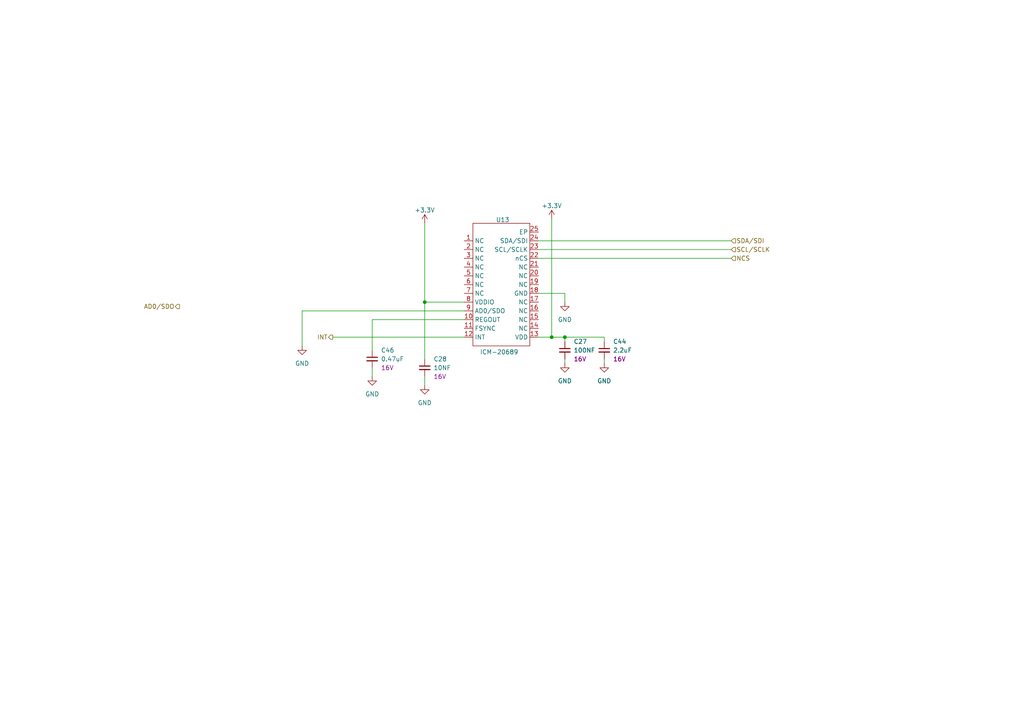
<source format=kicad_sch>
(kicad_sch (version 20250114) (generator "eeschema") (generator_version "9.0")
  (paper "A4")
  (title_block (title "RC-KAKATA-CONTROL") (date "2025-12-01") (rev "1.0") (company "ITLA-HUB"))
  (lib_symbols
    (symbol "EasyEDA:ICM-20689"
      (property "Reference" "U" (at -6.604 20.066 0))
      (property "Value" "ICM-20689" (at -6.858 -17.78 0))
      (symbol "ICM-20689_0_1"
        (rectangle (start -15.24 19.05) (end 1.27 -16.51))
        (pin unspecified line (at -17.78 13.97 0) (length 2.54) (name "NC") (number "1"))
        (pin unspecified line (at -17.78 11.43 0) (length 2.54) (name "NC") (number "2"))
        (pin unspecified line (at -17.78 8.89 0) (length 2.54) (name "NC") (number "3"))
        (pin unspecified line (at -17.78 6.35 0) (length 2.54) (name "NC") (number "4"))
        (pin unspecified line (at -17.78 3.81 0) (length 2.54) (name "NC") (number "5"))
        (pin unspecified line (at -17.78 1.27 0) (length 2.54) (name "NC") (number "6"))
        (pin unspecified line (at -17.78 -1.27 0) (length 2.54) (name "NC") (number "7"))
        (pin unspecified line (at -17.78 -3.81 0) (length 2.54) (name "VDDIO") (number "8"))
        (pin unspecified line (at -17.78 -6.35 0) (length 2.54) (name "AD0/SDO") (number "9"))
        (pin unspecified line (at -17.78 -8.89 0) (length 2.54) (name "REGOUT") (number "10"))
        (pin unspecified line (at -17.78 -11.43 0) (length 2.54) (name "FSYNC") (number "11"))
        (pin unspecified line (at -17.78 -13.97 0) (length 2.54) (name "INT") (number "12"))
        (pin unspecified line (at 3.81 16.51 180) (length 2.54) (name "EP") (number "25"))
        (pin unspecified line (at 3.81 13.97 180) (length 2.54) (name "SDA/SDI") (number "24"))
        (pin unspecified line (at 3.81 11.43 180) (length 2.54) (name "SCL/SCLK") (number "23"))
        (pin unspecified line (at 3.81 8.89 180) (length 2.54) (name "nCS") (number "22"))
        (pin unspecified line (at 3.81 6.35 180) (length 2.54) (name "NC") (number "21"))
        (pin unspecified line (at 3.81 3.81 180) (length 2.54) (name "NC") (number "20"))
        (pin unspecified line (at 3.81 1.27 180) (length 2.54) (name "NC") (number "19"))
        (pin unspecified line (at 3.81 -1.27 180) (length 2.54) (name "GND") (number "18"))
        (pin unspecified line (at 3.81 -3.81 180) (length 2.54) (name "NC") (number "17"))
        (pin unspecified line (at 3.81 -6.35 180) (length 2.54) (name "NC") (number "16"))
        (pin unspecified line (at 3.81 -8.89 180) (length 2.54) (name "NC") (number "15"))
        (pin unspecified line (at 3.81 -11.43 180) (length 2.54) (name "NC") (number "14"))
        (pin unspecified line (at 3.81 -13.97 180) (length 2.54) (name "VDD") (number "13"))
      )
    )
    (symbol "MG_CAPACITOR:CAP-0603-100NF-16V-X5R" (pin_numbers (hide yes)) (pin_names (offset 0.254) (hide yes))
      (property "Reference" "C" (at 1.905 1.27 0))
      (property "Value" "100NF" (at 4.826 -0.508 0))
      (property "V" "16V" (at 3.556 -2.54 0))
      (symbol "CAP-0603-100NF-16V-X5R_0_1"
        (polyline (pts (xy -1.524 0.508) (xy 1.524 0.508)) (stroke (width 0.3048)))
        (polyline (pts (xy -1.524 -0.508) (xy 1.524 -0.508)) (stroke (width 0.3302)))
      )
      (symbol "CAP-0603-100NF-16V-X5R_1_1"
        (pin passive line (at 0 2.54 270) (length 2.032) (name "~") (number "1"))
        (pin passive line (at 0 -2.54 90) (length 2.032) (name "~") (number "2"))
      )
    )
    (symbol "power:+3.3V" (power) (pin_numbers (hide yes)) (pin_names (offset 0) (hide yes))
      (property "Value" "+3.3V" (at 0 3.556 0))
      (symbol "+3.3V_0_1"
        (polyline (pts (xy -0.762 1.27) (xy 0 2.54)))
        (polyline (pts (xy 0 2.54) (xy 0.762 1.27)))
        (polyline (pts (xy 0 0) (xy 0 2.54)))
      )
      (symbol "+3.3V_1_1"
        (pin power_in line (at 0 0 90) (length 0) (name "~") (number "1"))
      )
    )
    (symbol "power:GND" (power) (pin_numbers (hide yes)) (pin_names (offset 0) (hide yes))
      (property "Value" "GND" (at 0 -3.81 0))
      (symbol "GND_0_1"
        (polyline (pts (xy 0 0) (xy 0 -1.27) (xy 1.27 -1.27) (xy 0 -2.54) (xy -1.27 -1.27) (xy 0 -1.27)))
      )
      (symbol "GND_1_1"
        (pin power_in line (at 0 0 270) (length 0) (name "~") (number "1"))
      )
    )
  )
  (junction (at 123.19 87.63))
  (junction (at 160.02 97.79))
  (junction (at 163.83 97.79))
  (wire (pts (xy 163.83 99.06) (xy 163.83 97.79)))
  (wire (pts (xy 163.83 104.14) (xy 163.83 105.41)))
  (wire (pts (xy 160.02 63.5) (xy 160.02 97.79)))
  (wire (pts (xy 156.21 72.39) (xy 212.09 72.39)))
  (wire (pts (xy 175.26 97.79) (xy 163.83 97.79)))
  (wire (pts (xy 123.19 87.63) (xy 123.19 104.14)))
  (wire (pts (xy 163.83 85.09) (xy 163.83 87.63)))
  (wire (pts (xy 134.62 92.71) (xy 107.95 92.71)))
  (wire (pts (xy 96.52 97.79) (xy 134.62 97.79)))
  (wire (pts (xy 107.95 106.68) (xy 107.95 109.22)))
  (wire (pts (xy 156.21 97.79) (xy 160.02 97.79)))
  (wire (pts (xy 87.63 90.17) (xy 87.63 100.33)))
  (wire (pts (xy 107.95 92.71) (xy 107.95 101.6)))
  (wire (pts (xy 156.21 85.09) (xy 163.83 85.09)))
  (wire (pts (xy 163.83 97.79) (xy 160.02 97.79)))
  (wire (pts (xy 175.26 104.14) (xy 175.26 105.41)))
  (wire (pts (xy 123.19 64.77) (xy 123.19 87.63)))
  (wire (pts (xy 175.26 99.06) (xy 175.26 97.79)))
  (wire (pts (xy 123.19 87.63) (xy 134.62 87.63)))
  (wire (pts (xy 156.21 74.93) (xy 212.09 74.93)))
  (wire (pts (xy 87.63 90.17) (xy 134.62 90.17)))
  (wire (pts (xy 123.19 109.22) (xy 123.19 111.76)))
  (wire (pts (xy 156.21 69.85) (xy 212.09 69.85)))
  (hierarchical_label "AD0{slash}SDO" (shape output) (at 52.07 88.9 180))
  (hierarchical_label "NCS" (shape input) (at 212.09 74.93 0))
  (hierarchical_label "SCL{slash}SCLK" (shape input) (at 212.09 72.39 0))
  (hierarchical_label "INT" (shape output) (at 96.52 97.79 180))
  (hierarchical_label "SDA{slash}SDI" (shape input) (at 212.09 69.85 0))
  (symbol (lib_id "power:GND") (at 107.95 109.22 0) (unit 1)
    (property "Reference" "#PWR0118" (effects (hide yes)))
    (property "Value" "GND" (at 107.95 114.3 0))
    (property "Description" "Power symbol creates a global label with name \"GND\" , ground" (effects (hide yes)))
  )
  (symbol (lib_id "MG_CAPACITOR:CAP-0603-100NF-16V-X5R") (at 175.26 101.6 0) (unit 1)
    (property "Reference" "C44" (at 177.8 99.0662 0) (effects (justify left)))
    (property "Value" "2.2uF" (at 177.8 101.6062 0) (effects (justify left)))
    (property "Footprint" "4ms_Capacitor:C_0603" (effects (hide yes)))
    (property "Description" "0.1uF, Min. 16V 10%, X7R or X5R or similar" (effects (hide yes)))
    (property "Specifications" "0.1uF, Min. 16V 10%, X7R or X5R or similar" (effects (hide yes)))
    (property "Manufacturer" "AVX Corporation" (effects (hide yes)))
    (property "Part Number" "0603YC104KAT2A" (effects (hide yes)))
    (property "Display" "0.1uF" (effects (hide yes)))
    (property "JLCPCB ID" "C14663" (effects (hide yes)))
    (property "V" "16V" (at 177.8 104.1462 0) (effects (justify left)))
  )
  (symbol (lib_id "power:GND") (at 123.19 111.76 0) (unit 1)
    (property "Reference" "#PWR93" (effects (hide yes)))
    (property "Value" "GND" (at 123.19 116.84 0))
    (property "Description" "Power symbol creates a global label with name \"GND\" , ground" (effects (hide yes)))
  )
  (symbol (lib_id "power:+3.3V") (at 160.02 63.5 0) (unit 1)
    (property "Reference" "#PWR86" (effects (hide yes)))
    (property "Value" "+3.3V" (at 160.02 59.69 0))
    (property "Description" "Power symbol creates a global label with name \"+3.3V\"" (effects (hide yes)))
  )
  (symbol (lib_id "MG_CAPACITOR:CAP-0603-100NF-16V-X5R") (at 107.95 104.14 0) (unit 1)
    (property "Reference" "C46" (at 110.49 101.6062 0) (effects (justify left)))
    (property "Value" "0.47uF" (at 110.49 104.1462 0) (effects (justify left)))
    (property "Footprint" "4ms_Capacitor:C_0603" (effects (hide yes)))
    (property "Description" "0.1uF, Min. 16V 10%, X7R or X5R or similar" (effects (hide yes)))
    (property "Specifications" "0.1uF, Min. 16V 10%, X7R or X5R or similar" (effects (hide yes)))
    (property "Manufacturer" "AVX Corporation" (effects (hide yes)))
    (property "Part Number" "0603YC104KAT2A" (effects (hide yes)))
    (property "Display" "0.1uF" (effects (hide yes)))
    (property "JLCPCB ID" "C14663" (effects (hide yes)))
    (property "V" "16V" (at 110.49 106.6862 0) (effects (justify left)))
  )
  (symbol (lib_id "power:GND") (at 175.26 105.41 0) (unit 1)
    (property "Reference" "#PWR0117" (effects (hide yes)))
    (property "Value" "GND" (at 175.26 110.49 0))
    (property "Description" "Power symbol creates a global label with name \"GND\" , ground" (effects (hide yes)))
  )
  (symbol (lib_id "MG_CAPACITOR:CAP-0603-100NF-16V-X5R") (at 163.83 101.6 0) (unit 1)
    (property "Reference" "C27" (at 166.37 99.0662 0) (effects (justify left)))
    (property "Value" "100NF" (at 166.37 101.6062 0) (effects (justify left)))
    (property "Footprint" "4ms_Capacitor:C_0603" (effects (hide yes)))
    (property "Description" "0.1uF, Min. 16V 10%, X7R or X5R or similar" (effects (hide yes)))
    (property "Specifications" "0.1uF, Min. 16V 10%, X7R or X5R or similar" (effects (hide yes)))
    (property "Manufacturer" "AVX Corporation" (effects (hide yes)))
    (property "Part Number" "0603YC104KAT2A" (effects (hide yes)))
    (property "Display" "0.1uF" (effects (hide yes)))
    (property "JLCPCB ID" "C14663" (effects (hide yes)))
    (property "V" "16V" (at 166.37 104.1462 0) (effects (justify left)))
  )
  (symbol (lib_id "MG_CAPACITOR:CAP-0603-100NF-16V-X5R") (at 123.19 106.68 0) (unit 1)
    (property "Reference" "C28" (at 125.73 104.1462 0) (effects (justify left)))
    (property "Value" "10NF" (at 125.73 106.6862 0) (effects (justify left)))
    (property "Footprint" "4ms_Capacitor:C_0603" (effects (hide yes)))
    (property "Description" "0.1uF, Min. 16V 10%, X7R or X5R or similar" (effects (hide yes)))
    (property "Specifications" "0.1uF, Min. 16V 10%, X7R or X5R or similar" (effects (hide yes)))
    (property "Manufacturer" "AVX Corporation" (effects (hide yes)))
    (property "Part Number" "0603YC104KAT2A" (effects (hide yes)))
    (property "Display" "0.1uF" (effects (hide yes)))
    (property "JLCPCB ID" "C14663" (effects (hide yes)))
    (property "V" "16V" (at 125.73 109.2262 0) (effects (justify left)))
  )
  (symbol (lib_id "EasyEDA:ICM-20689") (at 152.4 83.82 0) (unit 1)
    (property "Reference" "U13" (at 145.796 63.754 0))
    (property "Value" "ICM-20689" (at 144.78 102.108 0))
    (property "Footprint" "EasyEDA:QFN-24_L4.0-W4.0-P0.50-TL-EP2.6" (effects (hide yes)))
    (property "LCSC Part" "C2649494" (effects (hide yes)))
  )
  (symbol (lib_id "power:GND") (at 87.63 100.33 0) (unit 1)
    (property "Reference" "#PWR89" (effects (hide yes)))
    (property "Value" "GND" (at 87.63 105.41 0))
    (property "Description" "Power symbol creates a global label with name \"GND\" , ground" (effects (hide yes)))
  )
  (symbol (lib_id "power:GND") (at 163.83 87.63 0) (mirror y) (unit 1)
    (property "Reference" "#PWR87" (effects (hide yes)))
    (property "Value" "GND" (at 163.83 92.71 0))
    (property "Description" "Power symbol creates a global label with name \"GND\" , ground" (effects (hide yes)))
  )
  (symbol (lib_id "power:+3.3V") (at 123.19 64.77 0) (unit 1)
    (property "Reference" "#PWR85" (effects (hide yes)))
    (property "Value" "+3.3V" (at 123.19 60.96 0))
    (property "Description" "Power symbol creates a global label with name \"+3.3V\"" (effects (hide yes)))
  )
  (symbol (lib_id "power:GND") (at 163.83 105.41 0) (unit 1)
    (property "Reference" "#PWR92" (effects (hide yes)))
    (property "Value" "GND" (at 163.83 110.49 0))
    (property "Description" "Power symbol creates a global label with name \"GND\" , ground" (effects (hide yes)))
  )
)
</source>
